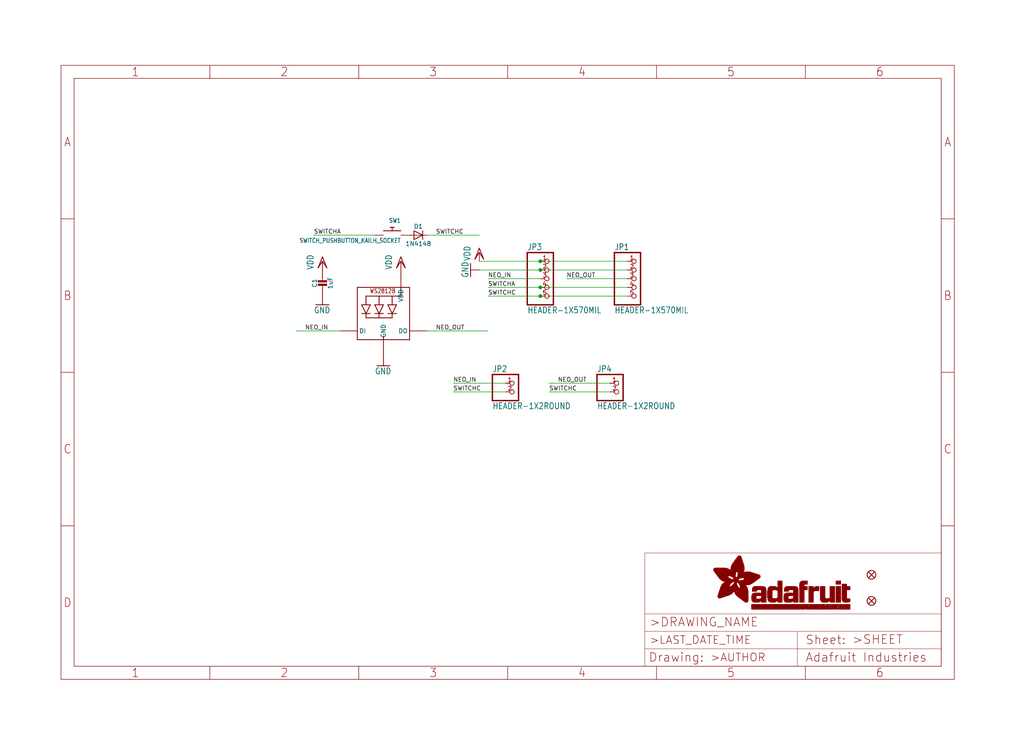
<source format=kicad_sch>
(kicad_sch (version 20211123) (generator eeschema)
  (paper "User" 298.45 217.881)
  (lib_symbols
    (symbol "eagleSchem-eagle-import:CAP_CERAMIC0603_NO"
      (property "Reference" "C" (at -2.29 1.25 90))
      (property "Value" "CAP_CERAMIC0603_NO" (at 2.3 1.25 90))
      (symbol "CAP_CERAMIC0603_NO_1_0"
        (pin passive line (at 0 5.08 270) (length 2.54) (name "1") (number "1"))
        (pin passive line (at 0 -2.54 90) (length 2.54) (name "2") (number "2"))
      )
    )
    (symbol "eagleSchem-eagle-import:DIODESOD-323"
      (property "Reference" "D" (at 0 2.54 0))
      (property "Value" "DIODESOD-323" (at 0 -2.5 0))
      (symbol "DIODESOD-323_1_0"
        (pin passive line (at -2.54 0 0) (length 2.54) (name "A") (number "A"))
        (pin passive line (at 2.54 0 180) (length 2.54) (name "C") (number "C"))
      )
    )
    (symbol "eagleSchem-eagle-import:FIDUCIAL_1MM")
    (symbol "eagleSchem-eagle-import:FRAME_A4_ADAFRUIT"
      (symbol "FRAME_A4_ADAFRUIT_0_0"
        (text "1" (at 21.6958 1.905 0) (effects (font (size 2.54 2.286))))
        (text "1" (at 21.6958 177.165 0) (effects (font (size 2.54 2.286))))
        (text "2" (at 65.0875 1.905 0) (effects (font (size 2.54 2.286))))
        (text "2" (at 65.0875 177.165 0) (effects (font (size 2.54 2.286))))
        (text "3" (at 108.4792 1.905 0) (effects (font (size 2.54 2.286))))
        (text "3" (at 108.4792 177.165 0) (effects (font (size 2.54 2.286))))
        (text "4" (at 151.8708 1.905 0) (effects (font (size 2.54 2.286))))
        (text "4" (at 151.8708 177.165 0) (effects (font (size 2.54 2.286))))
        (text "5" (at 195.2625 1.905 0) (effects (font (size 2.54 2.286))))
        (text "5" (at 195.2625 177.165 0) (effects (font (size 2.54 2.286))))
        (text "6" (at 238.6542 1.905 0) (effects (font (size 2.54 2.286))))
        (text "6" (at 238.6542 177.165 0) (effects (font (size 2.54 2.286))))
        (text "A" (at 1.905 156.6863 0) (effects (font (size 2.54 2.286))))
        (text "A" (at 258.445 156.6863 0) (effects (font (size 2.54 2.286))))
        (text "B" (at 1.905 111.9188 0) (effects (font (size 2.54 2.286))))
        (text "B" (at 258.445 111.9188 0) (effects (font (size 2.54 2.286))))
        (text "C" (at 1.905 67.1513 0) (effects (font (size 2.54 2.286))))
        (text "C" (at 258.445 67.1513 0) (effects (font (size 2.54 2.286))))
        (text "D" (at 1.905 22.3838 0) (effects (font (size 2.54 2.286))))
        (text "D" (at 258.445 22.3838 0) (effects (font (size 2.54 2.286))))
      )
      (symbol "FRAME_A4_ADAFRUIT_1_0"
        (text ">AUTHOR" (at 189.23 5.08 0) (effects (font (size 2.286 2.286)) (justify left bottom)))
        (text ">DRAWING_NAME" (at 171.45 15.24 0) (effects (font (size 2.54 2.54)) (justify left bottom)))
        (text ">LAST_DATE_TIME" (at 171.45 10.16 0) (effects (font (size 2.286 2.286)) (justify left bottom)))
        (text ">SHEET" (at 230.505 10.16 0) (effects (font (size 2.54 2.54)) (justify left bottom)))
        (text "Adafruit Industries" (at 216.916 4.953 0) (effects (font (size 2.54 2.54)) (justify left bottom)))
        (text "Drawing:" (at 171.196 4.953 0) (effects (font (size 2.54 2.54)) (justify left bottom)))
        (text "Sheet:" (at 216.916 10.033 0) (effects (font (size 2.54 2.54)) (justify left bottom)))
      )
    )
    (symbol "eagleSchem-eagle-import:GND" (power)
      (property "Value" "GND" (at -2.54 -2.54 0))
      (symbol "GND_1_0"
        (pin power_in line (at 0 2.54 270) (length 2.54) (name "GND") (number "1"))
      )
    )
    (symbol "eagleSchem-eagle-import:HEADER-1X2ROUND"
      (property "Reference" "JP" (at -6.35 5.715 0))
      (property "Value" "HEADER-1X2ROUND" (at -6.35 -5.08 0))
      (symbol "HEADER-1X2ROUND_1_0"
        (pin passive inverted (at -2.54 2.54 0) (length 2.54) (name "1") (number "1"))
        (pin passive inverted (at -2.54 0 0) (length 2.54) (name "2") (number "2"))
      )
    )
    (symbol "eagleSchem-eagle-import:HEADER-1X570MIL"
      (property "Reference" "JP" (at -6.35 8.255 0))
      (property "Value" "HEADER-1X570MIL" (at -6.35 -10.16 0))
      (symbol "HEADER-1X570MIL_1_0"
        (pin passive inverted (at -2.54 5.08 0) (length 2.54) (name "1") (number "1"))
        (pin passive inverted (at -2.54 2.54 0) (length 2.54) (name "2") (number "2"))
        (pin passive inverted (at -2.54 0 0) (length 2.54) (name "3") (number "3"))
        (pin passive inverted (at -2.54 -2.54 0) (length 2.54) (name "4") (number "4"))
        (pin passive inverted (at -2.54 -5.08 0) (length 2.54) (name "5") (number "5"))
      )
    )
    (symbol "eagleSchem-eagle-import:SWITCH_PUSHBUTTON_KAILH_SOCKET"
      (property "Reference" "SW" (at -2.54 3.556 0))
      (property "Value" "SWITCH_PUSHBUTTON_KAILH_SOCKET" (at -2.54 -2.286 0))
      (symbol "SWITCH_PUSHBUTTON_KAILH_SOCKET_1_0"
        (pin passive line (at -5.08 0 0) (length 2.54) (name "P$1") (number "1"))
        (pin passive line (at 5.08 0 180) (length 2.54) (name "P$2") (number "2"))
      )
    )
    (symbol "eagleSchem-eagle-import:VDD" (power)
      (property "Value" "VDD" (at -2.54 -2.54 90))
      (symbol "VDD_1_0"
        (pin power_in line (at 0 -2.54 90) (length 2.54) (name "VDD") (number "1"))
      )
    )
    (symbol "eagleSchem-eagle-import:WS2812B_SK6812E"
      (symbol "WS2812B_SK6812E_1_0"
        (text "WS2812B" (at -4.064 8.382 0) (effects (font (size 1.27 1.0795)) (justify left bottom)))
        (pin power_in line (at 5.08 15.24 270) (length 5.08) (name "VDD") (number "1-VDD"))
        (pin output line (at 12.7 -2.54 180) (length 5.08) (name "DO") (number "2-DOUT"))
        (pin power_in line (at 0 -10.16 90) (length 5.08) (name "GND") (number "3-GND"))
        (pin input line (at -12.7 -2.54 0) (length 5.08) (name "DI") (number "4-DIN"))
      )
    )
  )
  (junction (at 157.48 83.82))
  (junction (at 157.48 86.36))
  (junction (at 157.48 78.74))
  (junction (at 157.48 76.2))
  (wire (pts (xy 177.8 114.3) (xy 160.02 114.3)))
  (wire (pts (xy 99.06 96.52) (xy 86.36 96.52)))
  (wire (pts (xy 147.32 111.76) (xy 132.08 111.76)))
  (wire (pts (xy 177.8 111.76) (xy 160.02 111.76)))
  (wire (pts (xy 157.48 83.82) (xy 182.88 83.82)))
  (wire (pts (xy 157.48 83.82) (xy 142.24 83.82)))
  (wire (pts (xy 147.32 114.3) (xy 132.08 114.3)))
  (wire (pts (xy 182.88 78.74) (xy 157.48 78.74)))
  (wire (pts (xy 157.48 86.36) (xy 142.24 86.36)))
  (wire (pts (xy 182.88 86.36) (xy 157.48 86.36)))
  (wire (pts (xy 157.48 78.74) (xy 139.7 78.74)))
  (wire (pts (xy 109.22 68.58) (xy 91.44 68.58)))
  (wire (pts (xy 157.48 76.2) (xy 139.7 76.2)))
  (wire (pts (xy 124.46 96.52) (xy 142.24 96.52)))
  (wire (pts (xy 157.48 81.28) (xy 142.24 81.28)))
  (wire (pts (xy 182.88 81.28) (xy 165.1 81.28)))
  (wire (pts (xy 157.48 76.2) (xy 182.88 76.2)))
  (wire (pts (xy 124.46 68.58) (xy 139.7 68.58)))
  (label "NEO_OUT" (at 162.56 111.76 0) (effects (font (size 1.2446 1.2446))))
  (label "SWITCHC" (at 142.24 86.36 0) (effects (font (size 1.2446 1.2446))))
  (label "SWITCHA" (at 142.24 83.82 0) (effects (font (size 1.2446 1.2446))))
  (label "NEO_IN" (at 88.9 96.52 0) (effects (font (size 1.2446 1.2446))))
  (label "NEO_OUT" (at 165.1 81.28 0) (effects (font (size 1.2446 1.2446))))
  (label "NEO_IN" (at 142.24 81.28 0) (effects (font (size 1.2446 1.2446))))
  (label "SWITCHA" (at 91.44 68.58 0) (effects (font (size 1.2446 1.2446))))
  (label "SWITCHC" (at 132.08 114.3 0) (effects (font (size 1.2446 1.2446))))
  (label "SWITCHC" (at 127 68.58 0) (effects (font (size 1.2446 1.2446))))
  (label "NEO_IN" (at 132.08 111.76 0) (effects (font (size 1.2446 1.2446))))
  (label "NEO_OUT" (at 127 96.52 0) (effects (font (size 1.2446 1.2446))))
  (label "SWITCHC" (at 160.02 114.3 0) (effects (font (size 1.2446 1.2446))))
  (symbol (lib_id "eagleSchem-eagle-import:VDD") (at 116.84 76.2 0) (unit 1)
    (property "Reference" "#VDD1" (effects hide))
    (property "Value" "VDD" (at 114.3 78.74 90) (effects (font (size 1.778 1.5113)) (justify left bottom)))
    (property "Footprint" "eagleSchem:" (effects hide))
  )
  (symbol (lib_id "eagleSchem-eagle-import:FIDUCIAL_1MM") (at 254 175.26 0) (unit 1)
    (property "Reference" "FID3" (effects hide))
    (property "Value" "FIDUCIAL_1MM" (effects hide))
    (property "Footprint" "eagleSchem:FIDUCIAL_1MM" (effects hide))
  )
  (symbol (lib_id "eagleSchem-eagle-import:HEADER-1X2ROUND") (at 180.34 114.3 0) (unit 1)
    (property "Reference" "JP4" (at 173.99 108.585 0) (effects (font (size 1.778 1.5113)) (justify left bottom)))
    (property "Value" "HEADER-1X2ROUND" (at 173.99 119.38 0) (effects (font (size 1.778 1.5113)) (justify left bottom)))
    (property "Footprint" "eagleSchem:1X02_ROUND" (effects hide))
  )
  (symbol (lib_id "eagleSchem-eagle-import:VDD") (at 139.7 73.66 0) (unit 1)
    (property "Reference" "#VDD2" (effects hide))
    (property "Value" "VDD" (at 137.16 76.2 90) (effects (font (size 1.778 1.5113)) (justify left bottom)))
    (property "Footprint" "eagleSchem:" (effects hide))
  )
  (symbol (lib_id "eagleSchem-eagle-import:HEADER-1X570MIL") (at 185.42 81.28 0) (unit 1)
    (property "Reference" "JP1" (at 179.07 73.025 0) (effects (font (size 1.778 1.5113)) (justify left bottom)))
    (property "Value" "HEADER-1X570MIL" (at 179.07 91.44 0) (effects (font (size 1.778 1.5113)) (justify left bottom)))
    (property "Footprint" "eagleSchem:1X05_ROUND_70" (effects hide))
  )
  (symbol (lib_id "eagleSchem-eagle-import:WS2812B_SK6812E") (at 111.76 93.98 0) (unit 1)
    (property "Reference" "LED1" (effects hide))
    (property "Value" "WS2812B_SK6812E" (effects hide))
    (property "Footprint" "eagleSchem:NEO3535_REVERSE" (effects hide))
  )
  (symbol (lib_id "eagleSchem-eagle-import:GND") (at 137.16 78.74 270) (unit 1)
    (property "Reference" "#GND2" (effects hide))
    (property "Value" "GND" (at 134.62 76.2 0) (effects (font (size 1.778 1.5113)) (justify left bottom)))
    (property "Footprint" "eagleSchem:" (effects hide))
  )
  (symbol (lib_id "eagleSchem-eagle-import:GND") (at 93.98 88.9 0) (unit 1)
    (property "Reference" "#GND3" (effects hide))
    (property "Value" "GND" (at 91.44 91.44 0) (effects (font (size 1.778 1.5113)) (justify left bottom)))
    (property "Footprint" "eagleSchem:" (effects hide))
  )
  (symbol (lib_id "eagleSchem-eagle-import:FRAME_A4_ADAFRUIT") (at 17.78 198.12 0) (unit 1)
    (property "Reference" "#U$18" (effects hide))
    (property "Value" "FRAME_A4_ADAFRUIT" (effects hide))
    (property "Footprint" "eagleSchem:" (effects hide))
  )
  (symbol (lib_id "eagleSchem-eagle-import:FIDUCIAL_1MM") (at 254 167.64 0) (unit 1)
    (property "Reference" "FID4" (effects hide))
    (property "Value" "FIDUCIAL_1MM" (effects hide))
    (property "Footprint" "eagleSchem:FIDUCIAL_1MM" (effects hide))
  )
  (symbol (lib_id "eagleSchem-eagle-import:HEADER-1X2ROUND") (at 149.86 114.3 0) (unit 1)
    (property "Reference" "JP2" (at 143.51 108.585 0) (effects (font (size 1.778 1.5113)) (justify left bottom)))
    (property "Value" "HEADER-1X2ROUND" (at 143.51 119.38 0) (effects (font (size 1.778 1.5113)) (justify left bottom)))
    (property "Footprint" "eagleSchem:1X02_ROUND" (effects hide))
  )
  (symbol (lib_id "eagleSchem-eagle-import:HEADER-1X570MIL") (at 160.02 81.28 0) (unit 1)
    (property "Reference" "JP3" (at 153.67 73.025 0) (effects (font (size 1.778 1.5113)) (justify left bottom)))
    (property "Value" "HEADER-1X570MIL" (at 153.67 91.44 0) (effects (font (size 1.778 1.5113)) (justify left bottom)))
    (property "Footprint" "eagleSchem:1X05_ROUND_70" (effects hide))
  )
  (symbol (lib_id "eagleSchem-eagle-import:GND") (at 111.76 106.68 0) (unit 1)
    (property "Reference" "#GND1" (effects hide))
    (property "Value" "GND" (at 109.22 109.22 0) (effects (font (size 1.778 1.5113)) (justify left bottom)))
    (property "Footprint" "eagleSchem:" (effects hide))
  )
  (symbol (lib_id "eagleSchem-eagle-import:DIODESOD-323") (at 121.92 68.58 0) (unit 1)
    (property "Reference" "D1" (at 121.92 66.04 0))
    (property "Value" "1N4148" (at 121.92 71.08 0))
    (property "Footprint" "eagleSchem:SOD-323" (effects hide))
  )
  (symbol (lib_id "eagleSchem-eagle-import:VDD") (at 93.98 76.2 0) (unit 1)
    (property "Reference" "#VDD3" (effects hide))
    (property "Value" "VDD" (at 91.44 78.74 90) (effects (font (size 1.778 1.5113)) (justify left bottom)))
    (property "Footprint" "eagleSchem:" (effects hide))
  )
  (symbol (lib_id "eagleSchem-eagle-import:CAP_CERAMIC0603_NO") (at 93.98 83.82 0) (unit 1)
    (property "Reference" "C1" (at 91.69 82.57 90))
    (property "Value" "1uF" (at 96.28 82.57 90))
    (property "Footprint" "eagleSchem:0603-NO" (effects hide))
  )
  (symbol (lib_id "eagleSchem-eagle-import:SWITCH_PUSHBUTTON_KAILH_SOCKET") (at 114.3 68.58 0) (mirror y) (unit 1)
    (property "Reference" "SW1" (at 116.84 65.024 0) (effects (font (size 1.27 1.0795)) (justify left bottom)))
    (property "Value" "SWITCH_PUSHBUTTON_KAILH_SOCKET" (at 116.84 70.866 0) (effects (font (size 1.27 1.0795)) (justify left bottom)))
    (property "Footprint" "eagleSchem:KAILH_SOCKET" (effects hide))
  )
)
</source>
